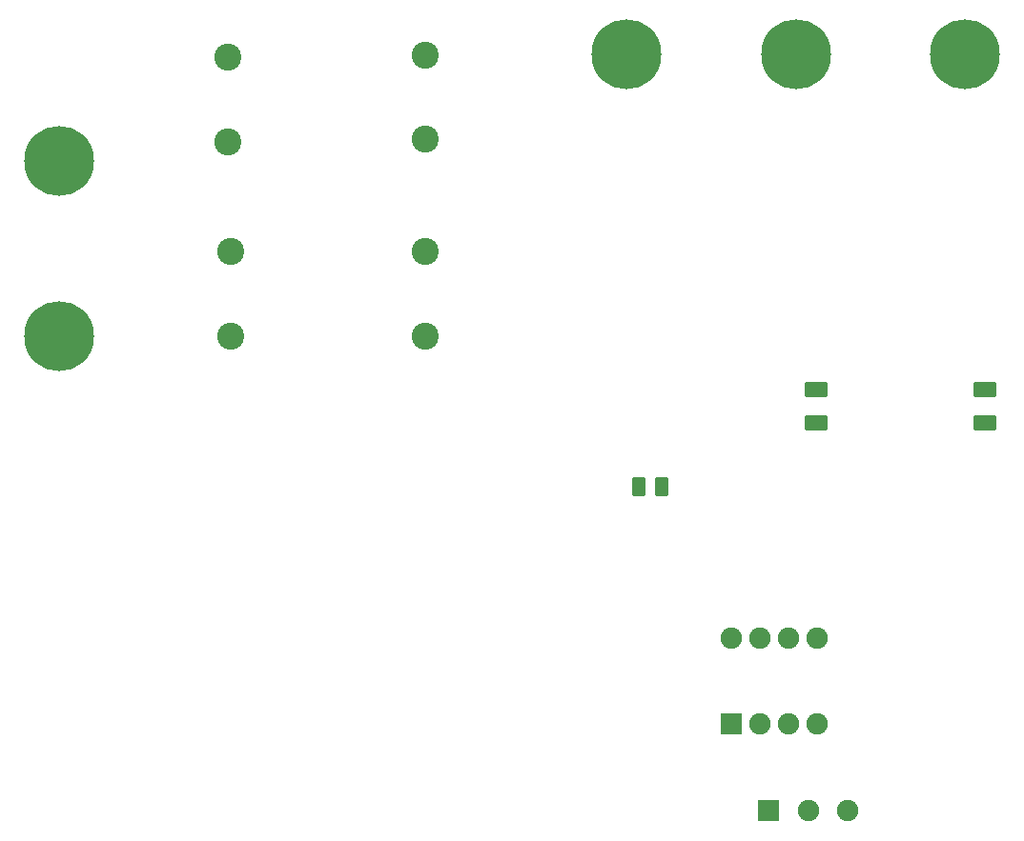
<source format=gbs>
G04*
G04 #@! TF.GenerationSoftware,Altium Limited,Altium Designer,22.7.1 (60)*
G04*
G04 Layer_Color=16711935*
%FSLAX43Y43*%
%MOMM*%
G71*
G04*
G04 #@! TF.SameCoordinates,B0B9643B-9B23-428C-A4AC-A12B4A47BFEC*
G04*
G04*
G04 #@! TF.FilePolarity,Negative*
G04*
G01*
G75*
G04:AMPARAMS|DCode=23|XSize=1.733mm|YSize=1.223mm|CornerRadius=0.229mm|HoleSize=0mm|Usage=FLASHONLY|Rotation=90.000|XOffset=0mm|YOffset=0mm|HoleType=Round|Shape=RoundedRectangle|*
%AMROUNDEDRECTD23*
21,1,1.733,0.765,0,0,90.0*
21,1,1.275,1.223,0,0,90.0*
1,1,0.458,0.383,0.638*
1,1,0.458,0.383,-0.638*
1,1,0.458,-0.383,-0.638*
1,1,0.458,-0.383,0.638*
%
%ADD23ROUNDEDRECTD23*%
%ADD34C,6.203*%
%ADD35C,1.903*%
%ADD36R,1.903X1.903*%
%ADD37R,1.903X1.903*%
%ADD38C,2.403*%
G04:AMPARAMS|DCode=69|XSize=1.403mm|YSize=2.033mm|CornerRadius=0.252mm|HoleSize=0mm|Usage=FLASHONLY|Rotation=90.000|XOffset=0mm|YOffset=0mm|HoleType=Round|Shape=RoundedRectangle|*
%AMROUNDEDRECTD69*
21,1,1.403,1.530,0,0,90.0*
21,1,0.900,2.033,0,0,90.0*
1,1,0.503,0.765,0.450*
1,1,0.503,0.765,-0.450*
1,1,0.503,-0.765,-0.450*
1,1,0.503,-0.765,0.450*
%
%ADD69ROUNDEDRECTD69*%
D23*
X86008Y83400D02*
D03*
X83992D02*
D03*
D34*
X32500Y112300D02*
D03*
Y96750D02*
D03*
X97900Y121800D02*
D03*
X82900Y121800D02*
D03*
X112900D02*
D03*
D35*
X102500Y54600D02*
D03*
X99000D02*
D03*
X94740Y62250D02*
D03*
X97280D02*
D03*
X99820D02*
D03*
X92200Y69870D02*
D03*
X94740D02*
D03*
X97280D02*
D03*
X99820D02*
D03*
D36*
X95500Y54600D02*
D03*
D37*
X92200Y62250D02*
D03*
D38*
X65000Y104250D02*
D03*
Y96750D02*
D03*
X47500Y114050D02*
D03*
Y121550D02*
D03*
X47700Y104250D02*
D03*
Y96750D02*
D03*
X65000Y114250D02*
D03*
Y121750D02*
D03*
D69*
X99684Y92000D02*
D03*
Y89000D02*
D03*
X114653Y92000D02*
D03*
Y89000D02*
D03*
M02*

</source>
